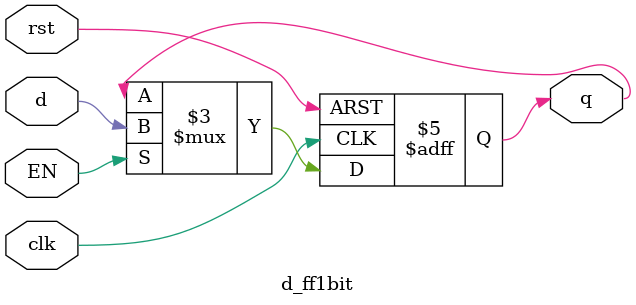
<source format=sv>
module d_ff (
	input logic [8:0] d,
	input logic rst, clk, EN,
	output logic [8:0] q);
	
always_ff @(posedge clk or negedge rst) begin
if (!rst) 	
			q <= 0;
else if (EN) 
			q <= d;
end
endmodule 


module d_ff1bit (
	input logic d,
	input logic rst, clk, EN,
	output logic q);
always_ff @(posedge clk or negedge rst) begin
if (!rst) 	
			q <= 0;
else if (EN) 
			q <= d;
end
endmodule 
</source>
